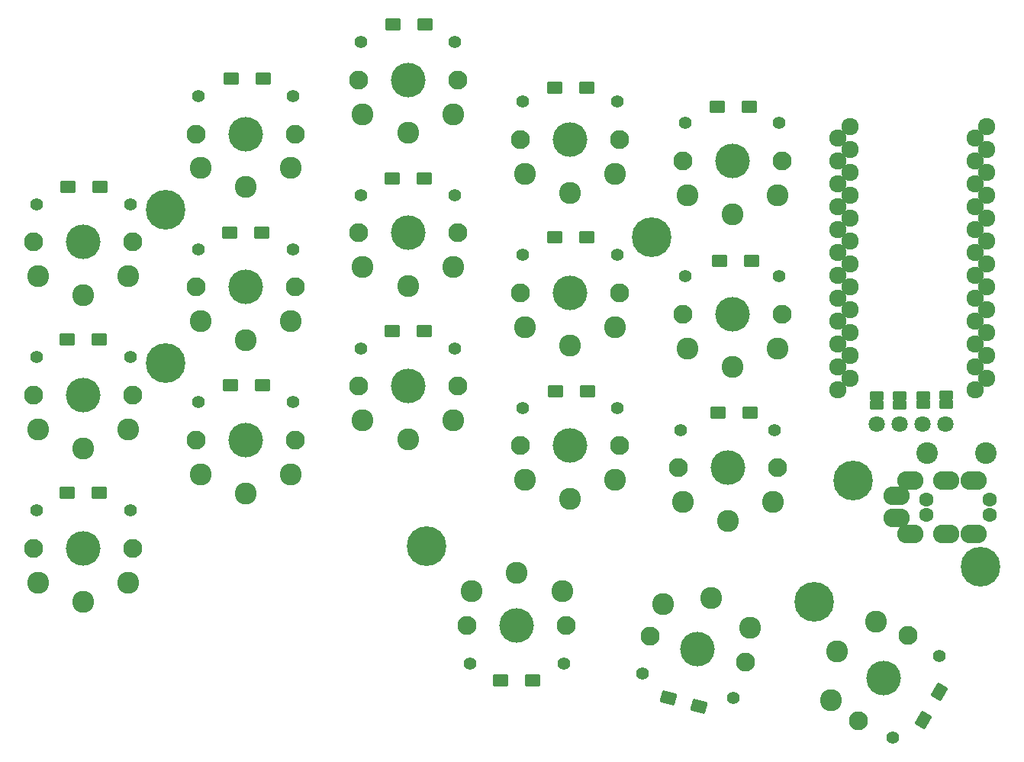
<source format=gbs>
G04 #@! TF.GenerationSoftware,KiCad,Pcbnew,6.99.0-a9ca49a600~144~ubuntu20.04.1*
G04 #@! TF.CreationDate,2021-12-27T10:09:17+02:00*
G04 #@! TF.ProjectId,chocofi,63686f63-6f66-4692-9e6b-696361645f70,2.1*
G04 #@! TF.SameCoordinates,Original*
G04 #@! TF.FileFunction,Soldermask,Bot*
G04 #@! TF.FilePolarity,Negative*
%FSLAX46Y46*%
G04 Gerber Fmt 4.6, Leading zero omitted, Abs format (unit mm)*
G04 Created by KiCad (PCBNEW 6.99.0-a9ca49a600~144~ubuntu20.04.1) date 2021-12-27 10:09:17*
%MOMM*%
%LPD*%
G01*
G04 APERTURE LIST*
G04 Aperture macros list*
%AMRoundRect*
0 Rectangle with rounded corners*
0 $1 Rounding radius*
0 $2 $3 $4 $5 $6 $7 $8 $9 X,Y pos of 4 corners*
0 Add a 4 corners polygon primitive as box body*
4,1,4,$2,$3,$4,$5,$6,$7,$8,$9,$2,$3,0*
0 Add four circle primitives for the rounded corners*
1,1,$1+$1,$2,$3*
1,1,$1+$1,$4,$5*
1,1,$1+$1,$6,$7*
1,1,$1+$1,$8,$9*
0 Add four rect primitives between the rounded corners*
20,1,$1+$1,$2,$3,$4,$5,0*
20,1,$1+$1,$4,$5,$6,$7,0*
20,1,$1+$1,$6,$7,$8,$9,0*
20,1,$1+$1,$8,$9,$2,$3,0*%
G04 Aperture macros list end*
%ADD10RoundRect,0.200000X-0.650000X-0.475000X0.650000X-0.475000X0.650000X0.475000X-0.650000X0.475000X0*%
%ADD11RoundRect,0.200000X-0.750791X-0.290582X0.504913X-0.627047X0.750791X0.290582X-0.504913X0.627047X0*%
%ADD12RoundRect,0.200000X0.086362X-0.800417X0.736362X0.325417X-0.086362X0.800417X-0.736362X-0.325417X0*%
%ADD13C,1.600000*%
%ADD14O,2.900000X2.100000*%
%ADD15C,1.390600*%
%ADD16C,2.101800*%
%ADD17C,3.829000*%
%ADD18C,2.432000*%
%ADD19C,1.924000*%
%ADD20C,1.797000*%
%ADD21C,2.400000*%
%ADD22C,4.400000*%
%ADD23RoundRect,0.200000X-0.571500X0.317500X-0.571500X-0.317500X0.571500X-0.317500X0.571500X0.317500X0*%
G04 APERTURE END LIST*
D10*
X84229400Y-64312800D03*
X87779400Y-64312800D03*
X102314200Y-52273200D03*
X105864200Y-52273200D03*
X120297400Y-46228000D03*
X123847400Y-46228000D03*
X138229800Y-53289200D03*
X141779800Y-53289200D03*
X156213000Y-55422800D03*
X159763000Y-55422800D03*
X84127800Y-81229200D03*
X87677800Y-81229200D03*
X102111000Y-69342000D03*
X105661000Y-69342000D03*
X120195800Y-63347600D03*
X123745800Y-63347600D03*
X138179000Y-69900800D03*
X141729000Y-69900800D03*
X156517800Y-72491600D03*
X160067800Y-72491600D03*
X84127800Y-98247200D03*
X87677800Y-98247200D03*
X102212600Y-86309200D03*
X105762600Y-86309200D03*
X120195800Y-80314800D03*
X123745800Y-80314800D03*
X138280600Y-86969600D03*
X141830600Y-86969600D03*
X156314600Y-89357200D03*
X159864600Y-89357200D03*
X132184600Y-119075200D03*
X135734600Y-119075200D03*
D11*
X150799764Y-121001192D03*
X154228800Y-121920000D03*
D12*
X179070666Y-123432630D03*
X180845666Y-120358240D03*
D13*
X186460000Y-98961000D03*
X179460000Y-98961000D03*
X186460000Y-100711000D03*
X179460000Y-100711000D03*
D14*
X176160000Y-101061000D03*
X176160000Y-98611000D03*
X184660000Y-102811000D03*
X184660000Y-96861000D03*
X181660000Y-96861000D03*
X181660000Y-102811000D03*
X177660000Y-96861000D03*
X177660000Y-102811000D03*
D15*
X80690000Y-66200000D03*
D16*
X91410000Y-70400000D03*
D15*
X91130000Y-66200000D03*
D17*
X85910000Y-70400000D03*
D16*
X80410000Y-70400000D03*
D18*
X85910000Y-76300000D03*
X90910000Y-74200000D03*
X80910000Y-74200000D03*
D17*
X103910000Y-58400000D03*
D15*
X109130000Y-54200000D03*
D16*
X98410000Y-58400000D03*
D15*
X98690000Y-54200000D03*
D16*
X109410000Y-58400000D03*
D18*
X103910000Y-64300000D03*
X98910000Y-62200000D03*
X108910000Y-62200000D03*
D15*
X116690000Y-48200000D03*
X127130000Y-48200000D03*
D17*
X121910000Y-52400000D03*
D16*
X116410000Y-52400000D03*
X127410000Y-52400000D03*
D18*
X121910000Y-58300000D03*
X126910000Y-56200000D03*
X116910000Y-56200000D03*
D16*
X145410000Y-59020000D03*
D15*
X145130000Y-54820000D03*
D17*
X139910000Y-59020000D03*
D16*
X134410000Y-59020000D03*
D15*
X134690000Y-54820000D03*
D18*
X139910000Y-64920000D03*
X144910000Y-62820000D03*
X134910000Y-62820000D03*
D16*
X152410000Y-61400000D03*
D15*
X152690000Y-57200000D03*
X163130000Y-57200000D03*
D16*
X163410000Y-61400000D03*
D17*
X157910000Y-61400000D03*
D18*
X157910000Y-67300000D03*
X152910000Y-65200000D03*
X162910000Y-65200000D03*
D16*
X91410000Y-87400000D03*
D17*
X85910000Y-87400000D03*
D15*
X80690000Y-83200000D03*
D16*
X80410000Y-87400000D03*
D15*
X91130000Y-83200000D03*
D18*
X85910000Y-93300000D03*
X90910000Y-91200000D03*
X80910000Y-91200000D03*
D16*
X109410000Y-75400000D03*
D15*
X98690000Y-71200000D03*
D17*
X103910000Y-75400000D03*
D15*
X109130000Y-71200000D03*
D16*
X98410000Y-75400000D03*
D18*
X103910000Y-81300000D03*
X98910000Y-79200000D03*
X108910000Y-79200000D03*
D15*
X127130000Y-65200000D03*
D16*
X116410000Y-69400000D03*
D17*
X121910000Y-69400000D03*
D15*
X116690000Y-65200000D03*
D16*
X127410000Y-69400000D03*
D18*
X121910000Y-75300000D03*
X126910000Y-73200000D03*
X116910000Y-73200000D03*
D15*
X145130000Y-71820000D03*
D16*
X134410000Y-76020000D03*
X145410000Y-76020000D03*
D15*
X134690000Y-71820000D03*
D17*
X139910000Y-76020000D03*
D18*
X139910000Y-81920000D03*
X144910000Y-79820000D03*
X134910000Y-79820000D03*
D16*
X163410000Y-78400000D03*
D15*
X152690000Y-74200000D03*
X163130000Y-74200000D03*
D16*
X152410000Y-78400000D03*
D17*
X157910000Y-78400000D03*
D18*
X157910000Y-84300000D03*
X162910000Y-82200000D03*
X152910000Y-82200000D03*
D15*
X80690000Y-100200000D03*
D16*
X91410000Y-104400000D03*
D17*
X85910000Y-104400000D03*
D15*
X91130000Y-100200000D03*
D16*
X80410000Y-104400000D03*
D18*
X85910000Y-110300000D03*
X80910000Y-108200000D03*
X90910000Y-108200000D03*
D15*
X98690000Y-88200000D03*
X109130000Y-88200000D03*
D17*
X103910000Y-92400000D03*
D16*
X109410000Y-92400000D03*
X98410000Y-92400000D03*
D18*
X103910000Y-98300000D03*
X108910000Y-96200000D03*
X98910000Y-96200000D03*
D16*
X116410000Y-86400000D03*
D15*
X116690000Y-82200000D03*
D17*
X121910000Y-86400000D03*
D15*
X127130000Y-82200000D03*
D16*
X127410000Y-86400000D03*
D18*
X121910000Y-92300000D03*
X116910000Y-90200000D03*
X126910000Y-90200000D03*
D17*
X139910000Y-93025000D03*
D16*
X145410000Y-93025000D03*
D15*
X145130000Y-88825000D03*
D16*
X134410000Y-93025000D03*
D15*
X134690000Y-88825000D03*
D18*
X139910000Y-98925000D03*
X144910000Y-96825000D03*
X134910000Y-96825000D03*
D16*
X162910000Y-95450000D03*
D15*
X152190000Y-91250000D03*
X162630000Y-91250000D03*
D17*
X157410000Y-95450000D03*
D16*
X151910000Y-95450000D03*
D18*
X157410000Y-101350000D03*
X162410000Y-99250000D03*
X152410000Y-99250000D03*
D16*
X139510000Y-112990000D03*
X128510000Y-112990000D03*
D17*
X134010000Y-112990000D03*
D15*
X128790000Y-117190000D03*
X139230000Y-117190000D03*
D18*
X134010000Y-107090000D03*
X139010000Y-109190000D03*
X129010000Y-109190000D03*
D16*
X148747408Y-114156495D03*
D15*
X158015093Y-120987924D03*
D16*
X159372592Y-117003505D03*
D17*
X154060000Y-115580000D03*
D15*
X147930827Y-118285853D03*
D18*
X155587032Y-109881038D03*
X150213883Y-110615387D03*
X159873142Y-113203577D03*
D15*
X175687307Y-125410653D03*
D17*
X174660000Y-118790000D03*
D16*
X177410000Y-114026860D03*
D15*
X180907307Y-116369347D03*
D16*
X171910000Y-123553140D03*
D18*
X169550450Y-115840000D03*
X173869103Y-112559873D03*
X168869103Y-121220127D03*
D19*
X169620000Y-58870400D03*
X186166400Y-57600400D03*
X186166400Y-60140400D03*
X169620000Y-61410400D03*
X186166400Y-62680400D03*
X169620000Y-63950400D03*
X186166400Y-65220400D03*
X169620000Y-66490400D03*
X169620000Y-69030400D03*
X186166400Y-67760400D03*
X169620000Y-71570400D03*
X186166400Y-70300400D03*
X169620000Y-74110400D03*
X186166400Y-72840400D03*
X169620000Y-76650400D03*
X186166400Y-75380400D03*
X186166400Y-77920400D03*
X169620000Y-79190400D03*
X186166400Y-80460400D03*
X169620000Y-81730400D03*
X186166400Y-83000400D03*
X169620000Y-84270400D03*
X186166400Y-85540400D03*
X169620000Y-86810400D03*
X170946400Y-85540400D03*
X184860000Y-86810400D03*
X170946400Y-83000400D03*
X184860000Y-84270400D03*
X184860000Y-81730400D03*
X170946400Y-80460400D03*
X184860000Y-79190400D03*
X170946400Y-77920400D03*
X184860000Y-76650400D03*
X170946400Y-75380400D03*
X184860000Y-74110400D03*
X170946400Y-72840400D03*
X184860000Y-71570400D03*
X170946400Y-70300400D03*
X170946400Y-67760400D03*
X184860000Y-69030400D03*
X184860000Y-66490400D03*
X170946400Y-65220400D03*
X184860000Y-63950400D03*
X170946400Y-62680400D03*
X170946400Y-60140400D03*
X184860000Y-61410400D03*
X184860000Y-58870400D03*
X170946400Y-57600400D03*
D20*
X173930000Y-90608400D03*
X176470000Y-90608400D03*
X179010000Y-90608400D03*
X181550000Y-90608400D03*
D21*
X186003000Y-93853000D03*
X179503000Y-93853000D03*
D22*
X171323000Y-96901000D03*
X185420000Y-106426000D03*
X95000000Y-66802000D03*
X148971000Y-69850000D03*
X123952000Y-104140000D03*
X167005000Y-110363000D03*
X95000000Y-83820000D03*
D23*
X176480000Y-87478020D03*
X176480000Y-88478780D03*
X173930000Y-87507620D03*
X173930000Y-88508380D03*
X181640000Y-87428020D03*
X181640000Y-88428780D03*
X179060000Y-87448020D03*
X179060000Y-88448780D03*
M02*

</source>
